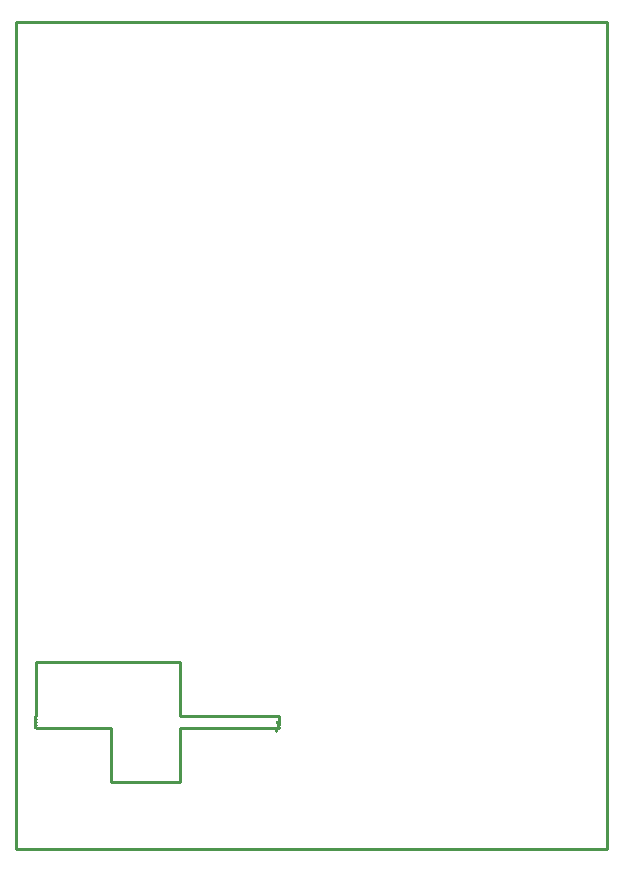
<source format=gko>
G04 Layer: BoardOutlineLayer*
G04 EasyEDA v6.5.9, 2022-08-04 20:05:31*
G04 f7d3399ff3ef42be8c4f0a230c2b0d44,4bb84c5f6c124816bf94f4484d05adb3,10*
G04 Gerber Generator version 0.2*
G04 Scale: 100 percent, Rotated: No, Reflected: No *
G04 Dimensions in millimeters *
G04 leading zeros omitted , absolute positions ,4 integer and 5 decimal *
%FSLAX45Y45*%
%MOMM*%

%ADD10C,0.2540*%
D10*
X699998Y10499979D02*
G01*
X5699988Y10499979D01*
X5699988Y3499993D01*
X699998Y3499993D01*
X699998Y10499979D01*
X2902440Y4521200D02*
G01*
X2899994Y4499990D01*
X2899994Y4499990D02*
G01*
X2902440Y4521200D01*
X2902440Y4521200D02*
G01*
X2902440Y4521200D01*
G75*
G01*
X2921000Y4533900D02*
G02*
X2921000Y4521200I-49595J-6350D01*
X2921000Y4521200D02*
G01*
X2082800Y4521200D01*
X2082800Y4521200D02*
G01*
X2082800Y4064000D01*
X2082800Y4064000D02*
G01*
X1701800Y4064000D01*
X1701800Y4064000D02*
G01*
X1498600Y4064000D01*
X1498600Y4064000D02*
G01*
X1498600Y4521200D01*
X1498600Y4521200D02*
G01*
X863600Y4521200D01*
G75*
G01*
X863600Y4521200D02*
G02*
X863600Y4546600I48775J12700D01*
X863600Y4546600D02*
G01*
X863600Y4546600D01*
G75*
G01*
X863600Y4546600D02*
G02*
X863600Y4572000I48775J12700D01*
X863600Y4572000D02*
G01*
X863600Y4572000D01*
G75*
G01*
X863600Y4572000D02*
G02*
X863600Y4597400I48775J12700D01*
X863600Y4597400D02*
G01*
X863600Y4597400D01*
G75*
G01*
X863600Y4597400D02*
G02*
X863600Y4622800I48775J12700D01*
X863600Y4622800D02*
G01*
X863600Y5080000D01*
X863600Y5080000D02*
G01*
X2082800Y5080000D01*
X2082800Y5080000D02*
G01*
X2082800Y4622800D01*
X2082800Y4622800D02*
G01*
X2921000Y4622800D01*
X2921000Y4622800D02*
G01*
X2921000Y4550150D01*
G75*
G01*
X2921000Y4550151D02*
G02*
X2921000Y4533900I-49335J-8126D01*
X2921000Y4533900D02*
G01*
X2921000Y4533900D01*
X2921000Y4533900D02*
G01*
X2921000Y4533900D01*
X2921000Y4533900D02*
G01*
X2921000Y4533900D01*
X2909082Y4570434D02*
G01*
X2908219Y4571305D01*
G75*
G01*
X2908220Y4571305D02*
G02*
X2909083Y4570435I-35082J-35627D01*
X2909082Y4570434D02*
G01*
X2909082Y4570434D01*

%LPD*%
M02*

</source>
